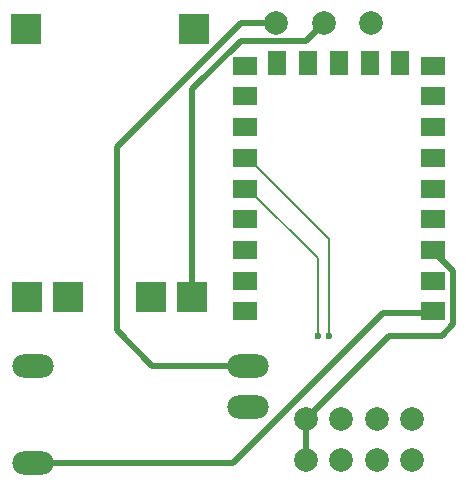
<source format=gtl>
G04 #@! TF.GenerationSoftware,KiCad,Pcbnew,9.0.3*
G04 #@! TF.CreationDate,2025-12-21T00:47:55-08:00*
G04 #@! TF.ProjectId,fluid_keychain_electronics,666c7569-645f-46b6-9579-636861696e5f,rev?*
G04 #@! TF.SameCoordinates,Original*
G04 #@! TF.FileFunction,Copper,L1,Top*
G04 #@! TF.FilePolarity,Positive*
%FSLAX46Y46*%
G04 Gerber Fmt 4.6, Leading zero omitted, Abs format (unit mm)*
G04 Created by KiCad (PCBNEW 9.0.3) date 2025-12-21 00:47:55*
%MOMM*%
%LPD*%
G01*
G04 APERTURE LIST*
G04 Aperture macros list*
%AMFreePoly0*
4,1,5,0.750000,-1.000000,-0.750000,-1.000000,-0.750000,1.000000,0.750000,1.000000,0.750000,-1.000000,0.750000,-1.000000,$1*%
G04 Aperture macros list end*
G04 #@! TA.AperFunction,ComponentPad*
%ADD10C,2.000000*%
G04 #@! TD*
G04 #@! TA.AperFunction,ComponentPad*
%ADD11R,2.500000X2.500000*%
G04 #@! TD*
G04 #@! TA.AperFunction,ComponentPad*
%ADD12FreePoly0,90.000000*%
G04 #@! TD*
G04 #@! TA.AperFunction,ComponentPad*
%ADD13FreePoly0,0.000000*%
G04 #@! TD*
G04 #@! TA.AperFunction,ComponentPad*
%ADD14O,3.500000X2.000000*%
G04 #@! TD*
G04 #@! TA.AperFunction,ViaPad*
%ADD15C,0.600000*%
G04 #@! TD*
G04 #@! TA.AperFunction,Conductor*
%ADD16C,0.500000*%
G04 #@! TD*
G04 #@! TA.AperFunction,Conductor*
%ADD17C,0.200000*%
G04 #@! TD*
G04 APERTURE END LIST*
D10*
X91500000Y-61500000D03*
X94500000Y-61500000D03*
X97500000Y-61500000D03*
X100500000Y-61500000D03*
D11*
X67800000Y-28500000D03*
X82000000Y-28500000D03*
X67900000Y-51200000D03*
X71400000Y-51200000D03*
X78400000Y-51200000D03*
X81900000Y-51200000D03*
D10*
X89000000Y-28000000D03*
X93000000Y-28000000D03*
X97000000Y-28000000D03*
D12*
X86350000Y-52400000D03*
X86350000Y-49800000D03*
X86350000Y-47200000D03*
X86350000Y-44600000D03*
X86350000Y-42000000D03*
X86350000Y-39400000D03*
X86350000Y-36800000D03*
X86350000Y-34200000D03*
X86350000Y-31600000D03*
D13*
X89100000Y-31350000D03*
X91700000Y-31350000D03*
X94300000Y-31350000D03*
X96900000Y-31350000D03*
X99500000Y-31350000D03*
D12*
X102250000Y-31600000D03*
X102250000Y-34200000D03*
X102250000Y-36800000D03*
X102250000Y-39400000D03*
X102250000Y-42000000D03*
X102250000Y-44600000D03*
X102250000Y-47200000D03*
X102250000Y-49800000D03*
X102250000Y-52400000D03*
D10*
X91500000Y-65000000D03*
X94500000Y-65000000D03*
X97500000Y-65000000D03*
X100500000Y-65000000D03*
D14*
X68400000Y-57000000D03*
X68400000Y-65200000D03*
X86600000Y-57000000D03*
X86600000Y-60500000D03*
D15*
X93500000Y-54500000D03*
X92500000Y-54500000D03*
D16*
X75500000Y-54000000D02*
X78500000Y-57000000D01*
X93000000Y-28000000D02*
X91500000Y-29500000D01*
X98000000Y-52500000D02*
X102600000Y-52500000D01*
X85300000Y-65200000D02*
X98000000Y-52500000D01*
X103000000Y-54500000D02*
X104000000Y-53500000D01*
X75500000Y-38500000D02*
X75500000Y-54000000D01*
D17*
X102600000Y-52500000D02*
X102700000Y-52400000D01*
D16*
X86000000Y-29500000D02*
X81900000Y-33600000D01*
X78500000Y-57000000D02*
X86600000Y-57000000D01*
X89000000Y-28000000D02*
X86000000Y-28000000D01*
D17*
X102000000Y-47200000D02*
X102200000Y-47200000D01*
D16*
X98500000Y-54500000D02*
X103000000Y-54500000D01*
D17*
X92500000Y-47900000D02*
X86600000Y-42000000D01*
D16*
X98500000Y-54500000D02*
X91500000Y-61500000D01*
X68400000Y-65200000D02*
X85300000Y-65200000D01*
D17*
X93500000Y-46300000D02*
X86600000Y-39400000D01*
D16*
X91500000Y-29500000D02*
X86000000Y-29500000D01*
X102200000Y-47200000D02*
X104000000Y-49000000D01*
D17*
X92500000Y-54500000D02*
X92500000Y-47900000D01*
D16*
X81900000Y-33600000D02*
X81900000Y-51200000D01*
X91500000Y-61500000D02*
X91500000Y-65000000D01*
X104000000Y-53500000D02*
X104000000Y-49000000D01*
X86000000Y-28000000D02*
X75500000Y-38500000D01*
D17*
X93500000Y-54500000D02*
X93500000Y-46300000D01*
M02*

</source>
